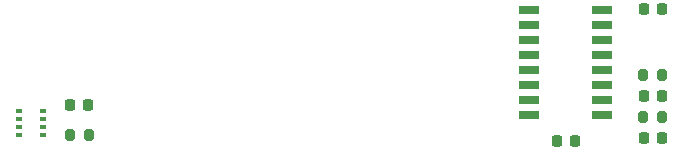
<source format=gbr>
%TF.GenerationSoftware,KiCad,Pcbnew,8.0.4*%
%TF.CreationDate,2024-07-19T16:17:39+02:00*%
%TF.ProjectId,mini-beieli-pcb-cubecell,6d696e69-2d62-4656-9965-6c692d706362,rev?*%
%TF.SameCoordinates,Original*%
%TF.FileFunction,Paste,Top*%
%TF.FilePolarity,Positive*%
%FSLAX46Y46*%
G04 Gerber Fmt 4.6, Leading zero omitted, Abs format (unit mm)*
G04 Created by KiCad (PCBNEW 8.0.4) date 2024-07-19 16:17:39*
%MOMM*%
%LPD*%
G01*
G04 APERTURE LIST*
G04 Aperture macros list*
%AMRoundRect*
0 Rectangle with rounded corners*
0 $1 Rounding radius*
0 $2 $3 $4 $5 $6 $7 $8 $9 X,Y pos of 4 corners*
0 Add a 4 corners polygon primitive as box body*
4,1,4,$2,$3,$4,$5,$6,$7,$8,$9,$2,$3,0*
0 Add four circle primitives for the rounded corners*
1,1,$1+$1,$2,$3*
1,1,$1+$1,$4,$5*
1,1,$1+$1,$6,$7*
1,1,$1+$1,$8,$9*
0 Add four rect primitives between the rounded corners*
20,1,$1+$1,$2,$3,$4,$5,0*
20,1,$1+$1,$4,$5,$6,$7,0*
20,1,$1+$1,$6,$7,$8,$9,0*
20,1,$1+$1,$8,$9,$2,$3,0*%
G04 Aperture macros list end*
%ADD10RoundRect,0.225000X-0.225000X-0.250000X0.225000X-0.250000X0.225000X0.250000X-0.225000X0.250000X0*%
%ADD11RoundRect,0.200000X-0.200000X-0.275000X0.200000X-0.275000X0.200000X0.275000X-0.200000X0.275000X0*%
%ADD12R,0.500000X0.350000*%
%ADD13R,1.800000X0.640000*%
G04 APERTURE END LIST*
D10*
%TO.C,C2*%
X99687000Y18855000D03*
X101237000Y18855000D03*
%TD*%
D11*
%TO.C,R2*%
X99637000Y20633000D03*
X101287000Y20633000D03*
%TD*%
D10*
%TO.C,C5*%
X99687000Y29777000D03*
X101237000Y29777000D03*
%TD*%
%TO.C,C4*%
X99687000Y22411000D03*
X101237000Y22411000D03*
%TD*%
D11*
%TO.C,R3*%
X99637000Y24189000D03*
X101287000Y24189000D03*
%TD*%
D10*
%TO.C,C3*%
X92321000Y18601000D03*
X93871000Y18601000D03*
%TD*%
%TO.C,C1*%
X51141000Y21633000D03*
X52691000Y21633000D03*
%TD*%
D11*
%TO.C,R1*%
X51091000Y19123000D03*
X52741000Y19123000D03*
%TD*%
D12*
%TO.C,U1*%
X46827000Y19134000D03*
X46827000Y19784000D03*
X46827000Y20434000D03*
X46827000Y21084000D03*
X48877000Y21084000D03*
X48877000Y20434000D03*
X48877000Y19784000D03*
X48877000Y19134000D03*
%TD*%
D13*
%TO.C,U2*%
X96201000Y20760000D03*
X96201000Y22030000D03*
X96201000Y23300000D03*
X96201000Y24570000D03*
X96201000Y25840000D03*
X96201000Y27110000D03*
X96201000Y28380000D03*
X96201000Y29650000D03*
X89991000Y29650000D03*
X89991000Y28380000D03*
X89991000Y27110000D03*
X89991000Y25840000D03*
X89991000Y24570000D03*
X89991000Y23300000D03*
X89991000Y22030000D03*
X89991000Y20760000D03*
%TD*%
M02*

</source>
